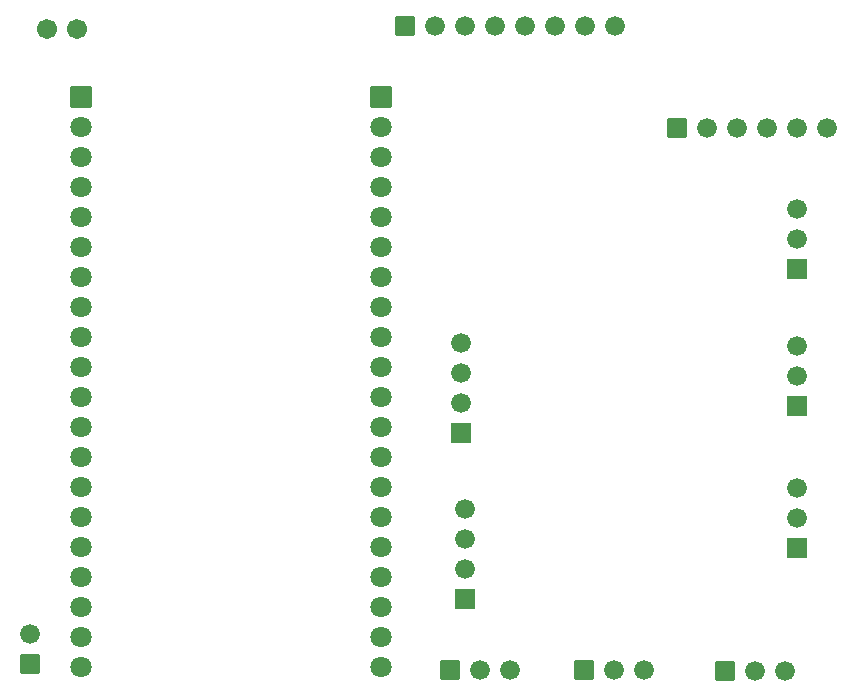
<source format=gbs>
G04 Layer: BottomSolderMaskLayer*
G04 EasyEDA v6.5.22, 2022-12-01 15:05:32*
G04 f9cf6ae4047b4148b17f980a7d3d99a3,3377a35bda5640eaacad09db658d017c,10*
G04 Gerber Generator version 0.2*
G04 Scale: 100 percent, Rotated: No, Reflected: No *
G04 Dimensions in inches *
G04 leading zeros omitted , absolute positions ,3 integer and 6 decimal *
%FSLAX36Y36*%
%MOIN*%

%AMMACRO1*1,1,$1,$2,$3*1,1,$1,$4,$5*1,1,$1,0-$2,0-$3*1,1,$1,0-$4,0-$5*20,1,$1,$2,$3,$4,$5,0*20,1,$1,$4,$5,0-$2,0-$3,0*20,1,$1,0-$2,0-$3,0-$4,0-$5,0*20,1,$1,0-$4,0-$5,$2,$3,0*4,1,4,$2,$3,$4,$5,0-$2,0-$3,0-$4,0-$5,$2,$3,0*%
%ADD10MACRO1,0.004X-0.031X0.031X0.031X0.031*%
%ADD11C,0.0660*%
%ADD12R,0.0660X0.0660*%
%ADD13C,0.0670*%
%ADD14C,0.0709*%
%ADD15MACRO1,0.004X0.0335X-0.0335X-0.0335X-0.0335*%

%LPD*%
D10*
G01*
X1795000Y-190000D03*
D11*
G01*
X1895000Y-190000D03*
G01*
X1995000Y-190000D03*
D10*
G01*
X2240000Y-190000D03*
D11*
G01*
X2340000Y-190000D03*
G01*
X2440000Y-190000D03*
D10*
G01*
X2710000Y-195000D03*
D11*
G01*
X2810000Y-195000D03*
G01*
X2910000Y-195000D03*
D12*
G01*
X2950000Y215000D03*
D11*
G01*
X2950000Y315000D03*
G01*
X2950000Y415000D03*
D12*
G01*
X2950000Y690000D03*
D11*
G01*
X2950000Y790000D03*
G01*
X2950000Y890000D03*
D12*
G01*
X2950000Y1145000D03*
D11*
G01*
X2950000Y1245000D03*
G01*
X2950000Y1345000D03*
D12*
G01*
X1830000Y600000D03*
D11*
G01*
X1830000Y700000D03*
G01*
X1830000Y800000D03*
G01*
X1830000Y900000D03*
D12*
G01*
X1845000Y45000D03*
D11*
G01*
X1845000Y145000D03*
G01*
X1845000Y245000D03*
G01*
X1845000Y345000D03*
D13*
G01*
X450000Y1945000D03*
G01*
X550000Y1945000D03*
D11*
G01*
X3050000Y1615000D03*
G01*
X2950000Y1615000D03*
G01*
X2850000Y1615000D03*
G01*
X2750000Y1615000D03*
G01*
X2650000Y1615000D03*
D10*
G01*
X2550000Y1615000D03*
G01*
X395000Y-170000D03*
D11*
G01*
X395000Y-70000D03*
D10*
G01*
X1645000Y1955000D03*
D11*
G01*
X1745000Y1955000D03*
G01*
X1845000Y1955000D03*
G01*
X1945000Y1955000D03*
G01*
X2045000Y1955000D03*
G01*
X2145000Y1955000D03*
G01*
X2245000Y1955000D03*
G01*
X2345000Y1955000D03*
D14*
G01*
X1565000Y1620000D03*
G01*
X1565000Y1520000D03*
G01*
X1565000Y1420000D03*
G01*
X1565000Y1320000D03*
G01*
X1565000Y1220000D03*
G01*
X1565000Y1120000D03*
G01*
X1565000Y1020000D03*
G01*
X1565000Y920000D03*
G01*
X1565000Y820000D03*
G01*
X1565000Y720000D03*
G01*
X1565000Y620000D03*
G01*
X1565000Y520000D03*
G01*
X1565000Y420000D03*
G01*
X1565000Y320000D03*
G01*
X1565000Y220000D03*
G01*
X565000Y1520000D03*
G01*
X565000Y1420000D03*
G01*
X565000Y1320000D03*
G01*
X565000Y1220000D03*
G01*
X565000Y1120000D03*
G01*
X565000Y1020000D03*
G01*
X565000Y920000D03*
G01*
X565000Y820000D03*
G01*
X565000Y720000D03*
G01*
X565000Y620000D03*
G01*
X565000Y520000D03*
G01*
X565000Y420000D03*
G01*
X565000Y320000D03*
G01*
X565000Y220000D03*
G01*
X565000Y1620000D03*
G01*
X1565000Y120000D03*
G01*
X1565000Y20000D03*
D15*
G01*
X1564994Y1719994D03*
G01*
X564994Y1719994D03*
D14*
G01*
X565000Y120000D03*
G01*
X565000Y20000D03*
G01*
X1565000Y-80000D03*
G01*
X565000Y-80000D03*
G01*
X565000Y-180000D03*
G01*
X1565000Y-180000D03*
M02*

</source>
